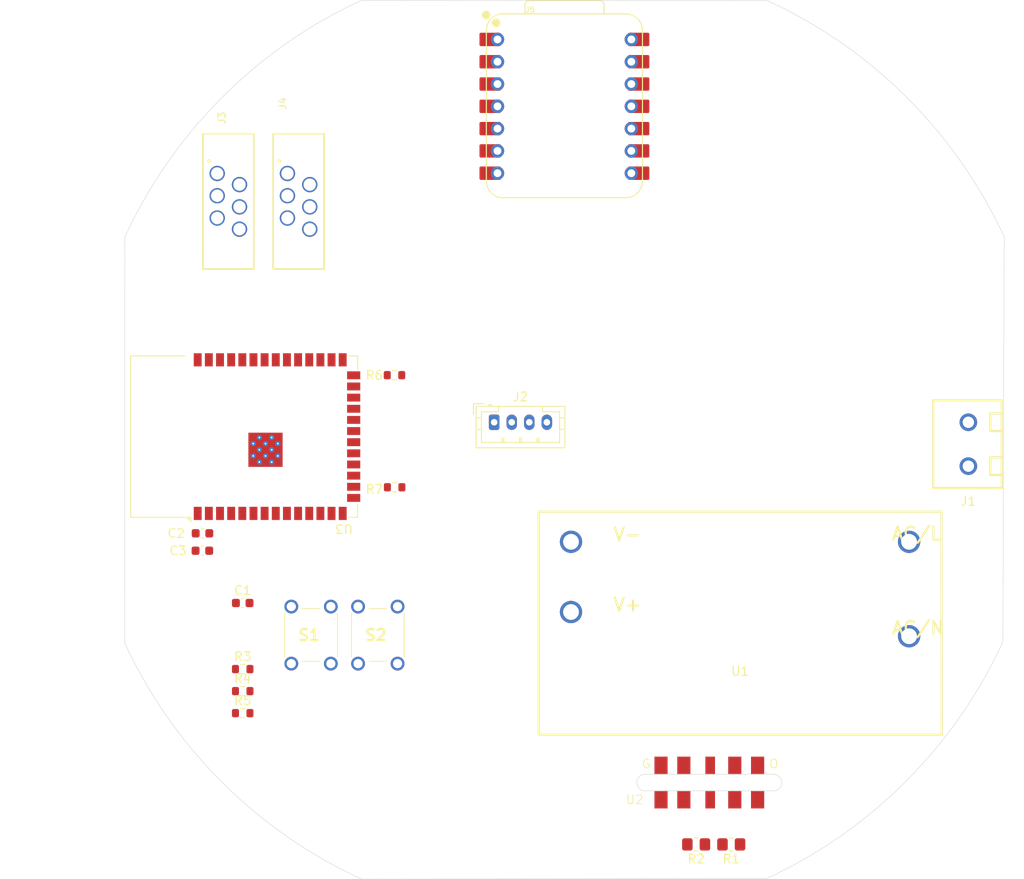
<source format=kicad_pcb>
(kicad_pcb (version 20240108) (generator "pcbnew") (generator_version "8.0")
  (layers (0 "F.Cu" signal) (31 "B.Cu" signal) (34 "B.Paste" user) (35 "F.Paste" user) (36 "B.SilkS" user "B.Silkscreen") (37 "F.SilkS" user "F.Silkscreen") (38 "B.Mask" user) (39 "F.Mask" user) (44 "Edge.Cuts" user))
  (net 0 "")
  (net 1 "Net-(J1-Pin_1)")
  (net 2 "Net-(J1-Pin_2)")
  (net 3 "+5V")
  (net 4 "GND")
  (net 5 "Net-(U2-FB)")
  (net 6 "+3.3V")
  (net 7 "RST")
  (net 8 "/A02YYUW/RX")
  (net 9 "/A02YYUW/TX")
  (net 10 "OI0")
  (net 11 "TX0")
  (net 12 "RX0")
  (net 13 "MTDI")
  (net 14 "MTDO")
  (net 15 "MTMS")
  (net 16 "MTCK")
  (net 17 "Net-(S2-COM_1)")
  (net 18 "Net-(U3-IO45)")
  (net 19 "Net-(U3-IO46)")
  (footprint "Resistor_SMD:R_0603_1608Metric" (layer "F.Cu") (at 103.365 128.635)
    (property "Reference" "R4" (at 0 -1.43 0) (layer "F.SilkS"))
    (property "Value" "1k")
    (fp_line (start -0.237258 -0.5225) (end 0.237258 -0.5225) (stroke (width 0.12)) (layer "F.SilkS"))
    (fp_line (start -0.237258 0.5225) (end 0.237258 0.5225) (stroke (width 0.12)) (layer "F.SilkS"))
    (pad "1" smd roundrect (at -0.825 0) (size 0.8 0.95) (layers "F.Cu" "F.Paste" "F.Mask") (net 10 "OI0"))
    (pad "2" smd roundrect (at 0.825 0) (size 0.8 0.95) (layers "F.Cu" "F.Paste" "F.Mask") (net 17 "Net-(S2-COM_1)"))
  )
  (footprint "Connector_JST:JST_PH_B4B-PH-K_1x04_P2.00mm_Vertical" (layer "F.Cu") (at 132 98)
    (property "Reference" "J2" (at 3 -2.9 0) (layer "F.SilkS"))
    (property "Value" "Conn_01x04_Pin")
    (fp_line (start -2.36 -2.11) (end -2.36 -0.86) (stroke (width 0.12)) (layer "F.SilkS"))
    (fp_line (start -2.06 -1.81) (end -2.06 2.91) (stroke (width 0.12)) (layer "F.SilkS"))
    (fp_line (start -2.06 -0.5) (end -1.45 -0.5) (stroke (width 0.12)) (layer "F.SilkS"))
    (fp_line (start -2.06 0.8) (end -1.45 0.8) (stroke (width 0.12)) (layer "F.SilkS"))
    (fp_line (start -2.06 2.91) (end 8.06 2.91) (stroke (width 0.12)) (layer "F.SilkS"))
    (fp_line (start -1.45 -1.2) (end -1.45 2.3) (stroke (width 0.12)) (layer "F.SilkS"))
    (fp_line (start -1.45 2.3) (end 7.45 2.3) (stroke (width 0.12)) (layer "F.SilkS"))
    (fp_line (start -1.11 -2.11) (end -2.36 -2.11) (stroke (width 0.12)) (layer "F.SilkS"))
    (fp_line (start -0.6 -2.01) (end -0.6 -1.81) (stroke (width 0.12)) (layer "F.SilkS"))
    (fp_line (start -0.3 -2.01) (end -0.6 -2.01) (stroke (width 0.12)) (layer "F.SilkS"))
    (fp_line (start -0.3 -1.91) (end -0.6 -1.91) (stroke (width 0.12)) (layer "F.SilkS"))
    (fp_line (start -0.3 -1.81) (end -0.3 -2.01) (stroke (width 0.12)) (layer "F.SilkS"))
    (fp_line (start 0.5 -1.81) (end 0.5 -1.2) (stroke (width 0.12)) (layer "F.SilkS"))
    (fp_line (start 0.5 -1.2) (end -1.45 -1.2) (stroke (width 0.12)) (layer "F.SilkS"))
    (fp_line (start 0.9 1.8) (end 1.1 1.8) (stroke (width 0.12)) (layer "F.SilkS"))
    (fp_line (start 0.9 2.3) (end 0.9 1.8) (stroke (width 0.12)) (layer "F.SilkS"))
    (fp_line (start 1 2.3) (end 1 1.8) (stroke (width 0.12)) (layer "F.SilkS"))
    (fp_line (start 1.1 1.8) (end 1.1 2.3) (stroke (width 0.12)) (layer "F.SilkS"))
    (fp_line (start 2.9 1.8) (end 3.1 1.8) (stroke (width 0.12)) (layer "F.SilkS"))
    (fp_line (start 2.9 2.3) (end 2.9 1.8) (stroke (width 0.12)) (layer "F.SilkS"))
    (fp_line (start 3 2.3) (end 3 1.8) (stroke (width 0.12)) (layer "F.SilkS"))
    (fp_line (start 3.1 1.8) (end 3.1 2.3) (stroke (width 0.12)) (layer "F.SilkS"))
    (fp_line (start 4.9 1.8) (end 5.1 1.8) (stroke (width 0.12)) (layer "F.SilkS"))
    (fp_line (start 4.9 2.3) (end 4.9 1.8) (stroke (width 0.12)) (layer "F.SilkS"))
    (fp_line (start 5 2.3) (end 5 1.8) (stroke (width 0.12)) (layer "F.SilkS"))
    (fp_line (start 5.1 1.8) (end 5.1 2.3) (stroke (width 0.12)) (layer "F.SilkS"))
    (fp_line (start 5.5 -1.2) (end 5.5 -1.81) (stroke (width 0.12)) (layer "F.SilkS"))
    (fp_line (start 7.45 -1.2) (end 5.5 -1.2) (stroke (width 0.12)) (layer "F.SilkS"))
    (fp_line (start 7.45 2.3) (end 7.45 -1.2) (stroke (width 0.12)) (layer "F.SilkS"))
    (fp_line (start 8.06 -1.81) (end -2.06 -1.81) (stroke (width 0.12)) (layer "F.SilkS"))
    (fp_line (start 8.06 -0.5) (end 7.45 -0.5) (stroke (width 0.12)) (layer "F.SilkS"))
    (fp_line (start 8.06 0.8) (end 7.45 0.8) (stroke (width 0.12)) (layer "F.SilkS"))
    (fp_line (start 8.06 2.91) (end 8.06 -1.81) (stroke (width 0.12)) (layer "F.SilkS"))
    (pad "1" thru_hole roundrect (at 0 0) (size 1.2 1.75) (drill 0.75) (layers "*.Cu" "*.Mask") (roundrect_rratio 0.208333) (net 3 "+5V"))
    (pad "2" thru_hole oval (at 2 0) (size 1.2 1.75) (drill 0.75) (layers "*.Cu" "*.Mask") (net 4 "GND"))
    (pad "3" thru_hole oval (at 4 0) (size 1.2 1.75) (drill 0.75) (layers "*.Cu" "*.Mask") (net 8 "/A02YYUW/RX"))
    (pad "4" thru_hole oval (at 6 0) (size 1.2 1.75) (drill 0.75) (layers "*.Cu" "*.Mask") (net 9 "/A02YYUW/TX"))
  )
  (footprint "Resistor_SMD:R_0603_1608Metric" (layer "F.Cu") (at 120.650504 92.633655 180)
    (property "Reference" "R6" (at 2.300504 -0.001345 180) (layer "F.SilkS"))
    (property "Value" "10k")
    (fp_line (start -0.237258 0.5225) (end 0.237258 0.5225) (stroke (width 0.12)) (layer "F.SilkS"))
    (fp_line (start -0.237258 -0.5225) (end 0.237258 -0.5225) (stroke (width 0.12)) (layer "F.SilkS"))
    (pad "1" smd roundrect (at -0.825 0 180) (size 0.8 0.95) (layers "F.Cu" "F.Paste" "F.Mask") (net 4 "GND"))
    (pad "2" smd roundrect (at 0.825 0 180) (size 0.8 0.95) (layers "F.Cu" "F.Paste" "F.Mask") (net 18 "Net-(U3-IO45)"))
  )
  (footprint "RF_Module:ESP32-S3-WROOM-1" (layer "F.Cu") (at 103.5 99.635 90)
    (property "Reference" "U3" (at -10.5 11.4 180) (layer "F.SilkS"))
    (property "Value" "ESP32-S3-WROOM-1-N16R8")
    (fp_line (start 9.2 -12.9) (end 9.2 -6.7) (stroke (width 0.12)) (layer "F.SilkS"))
    (fp_line (start -9.2 -12.9) (end 9.2 -12.9) (stroke (width 0.12)) (layer "F.SilkS"))
    (fp_line (start -9.2 -12.9) (end -9.2 -6.7) (stroke (width 0.12)) (layer "F.SilkS"))
    (fp_line (start -9.2 11.95) (end -9.2 12.95) (stroke (width 0.12)) (layer "F.SilkS"))
    (fp_line (start 9.2 12.95) (end 9.2 11.95) (stroke (width 0.12)) (layer "F.SilkS"))
    (fp_line (start 9.2 12.95) (end 7.7 12.95) (stroke (width 0.12)) (layer "F.SilkS"))
    (fp_line (start -9.2 12.95) (end -7.7 12.95) (stroke (width 0.12)) (layer "F.SilkS"))
    (fp_poly (pts (xy -9.2 -6.025) (xy -9.7 -6.025) (xy -9.2 -6.525) (xy -9.2 -6.025)) (stroke (width 0.12)) (fill solid) (layer "F.SilkS"))
    (pad "1" smd rect (at -8.75 -5.26 90) (size 1.5 0.9) (layers "F.Cu" "F.Paste" "F.Mask") (net 4 "GND"))
    (pad "2" smd rect (at -8.75 -3.99 90) (size 1.5 0.9) (layers "F.Cu" "F.Paste" "F.Mask") (net 6 "+3.3V"))
    (pad "3" smd rect (at -8.75 -2.72 90) (size 1.5 0.9) (layers "F.Cu" "F.Paste" "F.Mask") (net 7 "RST"))
    (pad "4" smd rect (at -8.75 -1.45 90) (size 1.5 0.9) (layers "F.Cu" "F.Paste" "F.Mask"))
    (pad "5" smd rect (at -8.75 -0.18 90) (size 1.5 0.9) (layers "F.Cu" "F.Paste" "F.Mask"))
    (pad "6" smd rect (at -8.75 1.09 90) (size 1.5 0.9) (layers "F.Cu" "F.Paste" "F.Mask"))
    (pad "7" smd rect (at -8.75 2.36 90) (size 1.5 0.9) (layers "F.Cu" "F.Paste" "F.Mask"))
    (pad "8" smd rect (at -8.75 3.63 90) (size 1.5 0.9) (layers "F.Cu" "F.Paste" "F.Mask"))
    (pad "9" smd rect (at -8.75 4.9 90) (size 1.5 0.9) (layers "F.Cu" "F.Paste" "F.Mask"))
    (pad "10" smd rect (at -8.75 6.17 90) (size 1.5 0.9) (layers "F.Cu" "F.Paste" "F.Mask"))
    (pad "11" smd rect (at -8.75 7.44 90) (size 1.5 0.9) (layers "F.Cu" "F.Paste" "F.Mask"))
    (pad "12" smd rect (at -8.75 8.71 90) (size 1.5 0.9) (layers "F.Cu" "F.Paste" "F.Mask"))
    (pad "13" smd rect (at -8.75 9.98 90) (size 1.5 0.9) (layers "F.Cu" "F.Paste" "F.Mask"))
    (pad "14" smd rect (at -8.75 11.25 270) (size 1.5 0.9) (layers "F.Cu" "F.Paste" "F.Mask"))
    (pad "15" smd rect (at -6.985 12.5) (size 1.5 0.9) (layers "F.Cu" "F.Paste" "F.Mask"))
    (pad "16" smd rect (at -5.715 12.5) (size 1.5 0.9) (layers "F.Cu" "F.Paste" "F.Mask") (net 19 "Net-(U3-IO46)"))
    (pad "17" smd rect (at -4.445 12.5) (size 1.5 0.9) (layers "F.Cu" "F.Paste" "F.Mask"))
    (pad "18" smd rect (at -3.175 12.5) (size 1.5 0.9) (layers "F.Cu" "F.Paste" "F.Mask"))
    (pad "19" smd rect (at -1.905 12.5) (size 1.5 0.9) (layers "F.Cu" "F.Paste" "F.Mask"))
    (pad "20" smd rect (at -0.635 12.5) (size 1.5 0.9) (layers "F.Cu" "F.Paste" "F.Mask"))
    (pad "21" smd rect (at 0.635 12.5) (size 1.5 0.9) (layers "F.Cu" "F.Paste" "F.Mask"))
    (pad "22" smd rect (at 1.905 12.5) (size 1.5 0.9) (layers "F.Cu" "F.Paste" "F.Mask"))
    (pad "23" smd rect (at 3.175 12.5) (size 1.5 0.9) (layers "F.Cu" "F.Paste" "F.Mask"))
    (pad "24" smd rect (at 4.445 12.5) (size 1.5 0.9) (layers "F.Cu" "F.Paste" "F.Mask"))
    (pad "25" smd rect (at 5.715 12.5) (size 1.5 0.9) (layers "F.Cu" "F.Paste" "F.Mask"))
    (pad "26" smd rect (at 6.985 12.5) (size 1.5 0.9) (layers "F.Cu" "F.Paste" "F.Mask") (net 18 "Net-(U3-IO45)"))
    (pad "27" smd rect (at 8.75 11.25 90) (size 1.5 0.9) (layers "F.Cu" "F.Paste" "F.Mask") (net 10 "OI0"))
    (pad "28" smd rect (at 8.75 9.98 90) (size 1.5 0.9) (layers "F.Cu" "F.Paste" "F.Mask"))
    (pad "29" smd rect (at 8.75 8.71 90) (size 1.5 0.9) (layers "F.Cu" "F.Paste" "F.Mask"))
    (pad "30" smd rect (at 8.75 7.44 90) (size 1.5 0.9) (layers "F.Cu" "F.Paste" "F.Mask"))
    (pad "31" smd rect (at 8.75 6.17 90) (size 1.5 0.9) (layers "F.Cu" "F.Paste" "F.Mask"))
    (pad "32" smd rect (at 8.75 4.9 90) (size 1.5 0.9) (layers "F.Cu" "F.Paste" "F.Mask") (net 16 "MTCK"))
    (pad "33" smd rect (at 8.75 3.63 90) (size 1.5 0.9) (layers "F.Cu" "F.Paste" "F.Mask") (net 14 "MTDO"))
    (pad "34" smd rect (at 8.75 2.36 90) (size 1.5 0.9) (layers "F.Cu" "F.Paste" "F.Mask") (net 13 "MTDI"))
    (pad "35" smd rect (at 8.75 1.09 90) (size 1.5 0.9) (layers "F.Cu" "F.Paste" "F.Mask") (net 15 "MTMS"))
    (pad "36" smd rect (at 8.75 -0.18 90) (size 1.5 0.9) (layers "F.Cu" "F.Paste" "F.Mask") (net 12 "RX0"))
    (pad "37" smd rect (at 8.75 -1.45 90) (size 1.5 0.9) (layers "F.Cu" "F.Paste" "F.Mask") (net 11 "TX0"))
    (pad "38" smd rect (at 8.75 -2.72 90) (size 1.5 0.9) (layers "F.Cu" "F.Paste" "F.Mask"))
    (pad "39" smd rect (at 8.75 -3.99 90) (size 1.5 0.9) (layers "F.Cu" "F.Paste" "F.Mask"))
    (pad "40" smd rect (at 8.75 -5.26 90) (size 1.5 0.9) (layers "F.Cu" "F.Paste" "F.Mask") (net 4 "GND"))
    (pad "41" thru_hole circle (at -2.9 1.76 180) (size 0.6 0.6) (drill 0.2) (property pad_prop_heatsink) (layers "*.Cu" "F.Mask") (net 4 "GND"))
    (pad "41" thru_hole circle (at -2.9 3.16 90) (size 0.6 0.6) (drill 0.2) (property pad_prop_heatsink) (layers "*.Cu" "F.Mask") (net 4 "GND"))
    (pad "41" thru_hole circle (at -2.2 1.06 90) (size 0.6 0.6) (drill 0.2) (property pad_prop_heatsink) (layers "*.Cu" "F.Mask") (net 4 "GND"))
    (pad "41" thru_hole circle (at -2.2 2.46 90) (size 0.6 0.6) (drill 0.2) (property pad_prop_heatsink) (layers "*.Cu" "F.Mask") (net 4 "GND"))
    (pad "41" thru_hole circle (at -2.2 3.86 90) (size 0.6 0.6) (drill 0.2) (property pad_prop_heatsink) (layers "*.Cu" "F.Mask") (net 4 "GND"))
    (pad "41" thru_hole circle (at -1.5 1.76 90) (size 0.6 0.6) (drill 0.2) (property pad_prop_heatsink) (layers "*.Cu" "F.Mask") (net 4 "GND"))
    (pad "41" smd rect (at -1.5 2.46) (size 3.9 3.9) (layers "F.Cu" "F.Mask") (net 4 "GND"))
    (pad "41" thru_hole circle (at -1.5 3.16 90) (size 0.6 0.6) (drill 0.2) (property pad_prop_heatsink) (layers "*.Cu" "F.Mask") (net 4 "GND"))
    (pad "41" thru_hole circle (at -0.8 1.06 90) (size 0.6 0.6) (drill 0.2) (property pad_prop_heatsink) (layers "*.Cu" "F.Mask") (net 4 "GND"))
    (pad "41" thru_hole circle (at -0.8 2.46 90) (size 0.6 0.6) (drill 0.2) (property pad_prop_heatsink) (layers "*.Cu" "F.Mask") (net 4 "GND"))
    (pad "41" thru_hole circle (at -0.8 3.86 90) (size 0.6 0.6) (drill 0.2) (property pad_prop_heatsink) (layers "*.Cu" "F.Mask") (net 4 "GND"))
    (pad "41" thru_hole circle (at -0.1 1.76 90) (size 0.6 0.6) (drill 0.2) (property pad_prop_heatsink) (layers "*.Cu" "F.Mask") (net 4 "GND"))
    (pad "41" thru_hole circle (at -0.1 3.16 90) (size 0.6 0.6) (drill 0.2) (property pad_prop_heatsink) (layers "*.Cu" "F.Mask") (net 4 "GND"))
  )
  (footprint "Resistor_SMD:R_0805_2012Metric_Pad1.20x1.40mm_HandSolder" (layer "F.Cu") (at 159 146.1 180)
    (property "Reference" "R1" (at 0 -1.65 180) (layer "F.SilkS"))
    (property "Value" "R")
    (fp_line (start -0.227064 0.735) (end 0.227064 0.735) (stroke (width 0.12)) (layer "F.SilkS"))
    (fp_line (start -0.227064 -0.735) (end 0.227064 -0.735) (stroke (width 0.12)) (layer "F.SilkS"))
    (pad "1" smd roundrect (at -1 0 180) (size 1.2 1.4) (layers "F.Cu" "F.Paste" "F.Mask") (roundrect_rratio 0.208333) (net 6 "+3.3V"))
    (pad "2" smd roundrect (at 1 0 180) (size 1.2 1.4) (layers "F.Cu" "F.Paste" "F.Mask") (roundrect_rratio 0.208333) (net 5 "Net-(U2-FB)"))
  )
  (footprint "Resistor_SMD:R_0603_1608Metric" (layer "F.Cu") (at 103.365 131.145)
    (property "Reference" "R5" (at 0 -1.43 0) (layer "F.SilkS"))
    (property "Value" "10k")
    (fp_line (start -0.237258 -0.5225) (end 0.237258 -0.5225) (stroke (width 0.12)) (layer "F.SilkS"))
    (fp_line (start -0.237258 0.5225) (end 0.237258 0.5225) (stroke (width 0.12)) (layer "F.SilkS"))
    (pad "1" smd roundrect (at -0.825 0) (size 0.8 0.95) (layers "F.Cu" "F.Paste" "F.Mask") (net 6 "+3.3V"))
    (pad "2" smd roundrect (at 0.825 0) (size 0.8 0.95) (layers "F.Cu" "F.Paste" "F.Mask") (net 10 "OI0"))
  )
  (footprint "Capacitor_SMD:C_0603_1608Metric" (layer "F.Cu") (at 98.784538 110.654314)
    (property "Reference" "C2" (at -3 0 0) (layer "F.SilkS"))
    (property "Value" "100n")
    (fp_line (start -0.14058 -0.51) (end 0.14058 -0.51) (stroke (width 0.12)) (layer "F.SilkS"))
    (fp_line (start -0.14058 0.51) (end 0.14058 0.51) (stroke (width 0.12)) (layer "F.SilkS"))
    (pad "1" smd roundrect (at -0.775 0) (size 0.9 0.95) (layers "F.Cu" "F.Paste" "F.Mask") (net 4 "GND"))
    (pad "2" smd roundrect (at 0.775 0) (size 0.9 0.95) (layers "F.Cu" "F.Paste" "F.Mask") (net 6 "+3.3V"))
  )
  (footprint "Resistor_SMD:R_0603_1608Metric" (layer "F.Cu") (at 120.667876 105.407625 180)
    (property "Reference" "R7" (at 2.317876 -0.227375 180) (layer "F.SilkS"))
    (property "Value" "10k")
    (fp_line (start -0.237258 0.5225) (end 0.237258 0.5225) (stroke (width 0.12)) (layer "F.SilkS"))
    (fp_line (start -0.237258 -0.5225) (end 0.237258 -0.5225) (stroke (width 0.12)) (layer "F.SilkS"))
    (pad "1" smd roundrect (at -0.825 0 180) (size 0.8 0.95) (layers "F.Cu" "F.Paste" "F.Mask") (net 4 "GND"))
    (pad "2" smd roundrect (at 0.825 0 180) (size 0.8 0.95) (layers "F.Cu" "F.Paste" "F.Mask") (net 19 "Net-(U3-IO46)"))
  )
  (footprint "Capacitor_SMD:C_0603_1608Metric" (layer "F.Cu") (at 103.365 118.595)
    (property "Reference" "C1" (at 0 -1.43 0) (layer "F.SilkS"))
    (property "Value" "100n")
    (fp_line (start -0.14058 -0.51) (end 0.14058 -0.51) (stroke (width 0.12)) (layer "F.SilkS"))
    (fp_line (start -0.14058 0.51) (end 0.14058 0.51) (stroke (width 0.12)) (layer "F.SilkS"))
    (pad "1" smd roundrect (at -0.775 0) (size 0.9 0.95) (layers "F.Cu" "F.Paste" "F.Mask") (net 4 "GND"))
    (pad "2" smd roundrect (at 0.775 0) (size 0.9 0.95) (layers "F.Cu" "F.Paste" "F.Mask") (net 7 "RST"))
  )
  (footprint "Resistor_SMD:R_0603_1608Metric" (layer "F.Cu") (at 103.365 126.125)
    (property "Reference" "R3" (at 0 -1.43 0) (layer "F.SilkS"))
    (property "Value" "10k")
    (fp_line (start -0.237258 -0.5225) (end 0.237258 -0.5225) (stroke (width 0.12)) (layer "F.SilkS"))
    (fp_line (start -0.237258 0.5225) (end 0.237258 0.5225) (stroke (width 0.12)) (layer "F.SilkS"))
    (pad "1" smd roundrect (at -0.825 0) (size 0.8 0.95) (layers "F.Cu" "F.Paste" "F.Mask") (net 7 "RST"))
    (pad "2" smd roundrect (at 0.825 0) (size 0.8 0.95) (layers "F.Cu" "F.Paste" "F.Mask") (net 6 "+3.3V"))
  )
  (footprint "Felix_ProgHeader:490107670612" (layer "F.Cu") (at 101.73 72.823925 90)
    (property "Reference" "J3" (at 9.505 -0.73 270) (layer "F.SilkS") (effects (font (size 0.8 0.8))))
    (property "Value" "UART")
    (fp_line (start 7.705 -2.9) (end 7.705 2.9) (stroke (width 0.2)) (layer "F.SilkS"))
    (fp_line (start -7.705 -2.9) (end 7.705 -2.9) (stroke (width 0.2)) (layer "F.SilkS"))
    (fp_line (start 7.705 2.9) (end -7.705 2.9) (stroke (width 0.2)) (layer "F.SilkS"))
    (fp_line (start -7.705 2.9) (end -7.705 -2.9) (stroke (width 0.2)) (layer "F.SilkS"))
    (fp_circle (center 4.6 -2.2) (end 4.7 -2.2) (stroke (width 0.2)) (fill none) (layer "F.SilkS"))
    (pad "" np_thru_hole circle (at -4.505 -1.27 90) (size 2.1 2.1) (drill 2.1) (layers "*.Cu" "*.Mask"))
    (pad "" np_thru_hole circle (at 4.505 1.27 90) (size 2.5 2.5) (drill 2.5) (layers "*.Cu" "*.Mask"))
    (pad "1" thru_hole circle (at 3.175 -1.27 90) (size 1.75 1.75) (drill 1.4) (layers "*.Cu" "*.Mask") (net 6 "+3.3V"))
    (pad "2" thru_hole circle (at 1.905 1.27 90) (size 1.75 1.75) (drill 1.4) (layers "*.Cu" "*.Mask") (net 7 "RST"))
    (pad "3" thru_hole circle (at 0.635 -1.27 90) (size 1.75 1.75) (drill 1.4) (layers "*.Cu" "*.Mask") (net 11 "TX0"))
    (pad "4" thru_hole circle (at -0.635 1.27 90) (size 1.75 1.75) (drill 1.4) (layers "*.Cu" "*.Mask") (net 12 "RX0"))
    (pad "5" thru_hole circle (at -1.905 -1.27 90) (size 1.75 1.75) (drill 1.4) (layers "*.Cu" "*.Mask") (net 10 "OI0"))
    (pad "6" thru_hole circle (at -3.175 1.27 90) (size 1.75 1.75) (drill 1.4) (layers "*.Cu" "*.Mask") (net 4 "GND"))
  )
  (footprint "Library:TL1105AF160Q" (layer "F.Cu") (at 116.5 119)
    (property "Reference" "S2" (at 2.019 3.25 0) (layer "F.SilkS") (effects (font (size 1.27 1.27) (thickness 0.254))))
    (property "Value" "TL1105AF160Q" (hide yes))
    (fp_line (start -0.75 0.75) (end -0.75 5.75) (stroke (width 0.1)) (layer "F.SilkS"))
    (fp_line (start 1.25 0.25) (end 3.25 0.25) (stroke (width 0.1)) (layer "F.SilkS"))
    (fp_line (start 1.25 6.25) (end 3.25 6.25) (stroke (width 0.1)) (layer "F.SilkS"))
    (fp_line (start 5.25 0.75) (end 5.25 5.75) (stroke (width 0.1)) (layer "F.SilkS"))
    (pad "1" thru_hole circle (at 0 0) (size 1.575 1.575) (drill 1.05) (layers "*.Cu" "*.Mask") (net 17 "Net-(S2-COM_1)"))
    (pad "2" thru_hole circle (at 0 6.5) (size 1.575 1.575) (drill 1.05) (layers "*.Cu" "*.Mask"))
    (pad "3" thru_hole circle (at 4.5 0) (size 1.575 1.575) (drill 1.05) (layers "*.Cu" "*.Mask"))
    (pad "4" thru_hole circle (at 4.5 6.5) (size 1.575 1.575) (drill 1.05) (layers "*.Cu" "*.Mask") (net 4 "GND"))
  )
  (footprint "Seed Studio XIAO:XIAO-ESP32S3-DIP" (layer "F.Cu") (at 140 62)
    (property "Reference" "U5" (at -4 -11 0) (layer "F.SilkS") (effects (font (size 0.635 0.635) (thickness 0.1016))))
    (property "Value" "XIAO-ESP32-S3-DIP")
    (fp_line (start -8.89 8.509) (end -8.89 -8.636) (stroke (width 0.127)) (layer "F.SilkS"))
    (fp_line (start -6.985 10.414) (end 6.985 10.414) (stroke (width 0.127)) (layer "F.SilkS"))
    (fp_line (start -4.495 -10.541) (end -4.491272 -11.551272) (stroke (width 0.127)) (layer "F.SilkS"))
    (fp_line (start -3.991272 -12.051) (end 4.004 -12.051) (stroke (width 0.127)) (layer "F.SilkS"))
    (fp_line (start 4.504 -11.551) (end 4.504 -10.541) (stroke (width 0.127)) (layer "F.SilkS"))
    (fp_line (start 6.985 -10.541) (end -6.985 -10.541) (stroke (width 0.1)) (layer "F.SilkS"))
    (fp_line (start 6.985 -10.541) (end -6.985 -10.541) (stroke (width 0.127)) (layer "F.SilkS"))
    (fp_line (start 8.89 8.509) (end 8.89 -8.636) (stroke (width 0.127)) (layer "F.SilkS"))
    (fp_arc (start -8.89 -8.636) (mid -8.332038 -9.983038) (end -6.985 -10.541) (stroke (width 0.127)) (layer "F.SilkS"))
    (fp_arc (start -6.985 10.414) (mid -8.332038 9.856038) (end -8.89 8.509) (stroke (width 0.127)) (layer "F.SilkS"))
    (fp_arc (start -4.491272 -11.551272) (mid -4.344724 -11.904644) (end -3.991272 -12.051) (stroke (width 0.127)) (layer "F.SilkS"))
    (fp_arc (start 4.004 -12.051) (mid 4.357553 -11.904553) (end 4.504 -11.551) (stroke (width 0.127)) (layer "F.SilkS"))
    (fp_arc (start 6.985 -10.541) (mid 8.332038 -9.983038) (end 8.89 -8.636) (stroke (width 0.127)) (layer "F.SilkS"))
    (fp_arc (start 8.89 8.509) (mid 8.332038 9.856038) (end 6.985 10.414) (stroke (width 0.127)) (layer "F.SilkS"))
    (fp_circle (center -8.904 -10.4) (end -8.904 -10.654) (stroke (width 0.5)) (fill solid) (layer "F.SilkS"))
    (fp_circle (center -7.761 -9.52) (end -7.761 -9.774) (stroke (width 0.5)) (fill solid) (layer "F.SilkS"))
    (pad "1" smd roundrect (at -8.455 -7.62 180) (size 2.432 1.524) (layers "F.Cu" "F.Mask") (roundrect_rratio 0.1))
    (pad "1" thru_hole circle (at -7.62 -7.62 180) (size 1.524 1.524) (drill 0.889) (layers "*.Cu" "*.Mask"))
    (pad "2" smd roundrect (at -8.455 -5.08 180) (size 2.432 1.524) (layers "F.Cu" "F.Mask") (roundrect_rratio 0.1))
    (pad "2" thru_hole circle (at -7.62 -5.08 180) (size 1.524 1.524) (drill 0.889) (layers "*.Cu" "*.Mask"))
    (pad "3" smd roundrect (at -8.455 -2.54 180) (size 2.432 1.524) (layers "F.Cu" "F.Mask") (roundrect_rratio 0.1))
    (pad "3" thru_hole circle (at -7.62 -2.54 180) (size 1.524 1.524) (drill 0.889) (layers "*.Cu" "*.Mask"))
    (pad "4" smd roundrect (at -8.455 0 180) (size 2.432 1.524) (layers "F.Cu" "F.Mask") (roundrect_rratio 0.1))
    (pad "4" thru_hole circle (at -7.62 0 180) (size 1.524 1.524) (drill 0.889) (layers "*.Cu" "*.Mask"))
    (pad "5" smd roundrect (at -8.455 2.54 180) (size 2.432 1.524) (layers "F.Cu" "F.Mask") (roundrect_rratio 0.1))
    (pad "5" thru_hole circle (at -7.62 2.54 180) (size 1.524 1.524) (drill 0.889) (layers "*.Cu" "*.Mask"))
    (pad "6" smd roundrect (at -8.455 5.08 180) (size 2.432 1.524) (layers "F.Cu" "F.Mask") (roundrect_rratio 0.1))
    (pad "6" thru_hole circle (at -7.62 5.08 180) (size 1.524 1.524) (drill 0.889) (layers "*.Cu" "*.Mask"))
    (pad "7" smd roundrect (at -8.455 7.62 180) (size 2.432 1.524) (layers "F.Cu" "F.Mask") (roundrect_rratio 0.1))
    (pad "7" thru_hole circle (at -7.62 7.62 180) (size 1.524 1.524) (drill 0.889) (layers "*.Cu" "*.Mask"))
    (pad "8" thru_hole circle (at 7.62 7.62) (size 1.524 1.524) (drill 0.889) (layers "*.Cu" "*.Mask"))
    (pad "8" smd roundrect (at 8.455 7.62) (size 2.432 1.524) (layers "F.Cu" "F.Mask") (roundrect_rratio 0.1))
    (pad "9" thru_hole circle (at 7.62 5.08) (size 1.524 1.524) (drill 0.889) (layers "*.Cu" "*.Mask"))
    (pad "9" smd roundrect (at 8.455 5.08) (size 2.432 1.524) (layers "F.Cu" "F.Mask") (roundrect_rratio 0.1))
    (pad "10" thru_hole circle (at 7.62 2.54) (size 1.524 1.524) (drill 0.889) (layers "*.Cu" "*.Mask"))
    (pad "10" smd roundrect (at 8.455 2.54) (size 2.432 1.524) (layers "F.Cu" "F.Mask") (roundrect_rratio 0.1))
    (pad "11" thru_hole circle (at 7.62 0) (size 1.524 1.524) (drill 0.889) (layers "*.Cu" "*.Mask"))
    (pad "11" smd roundrect (at 8.455 0) (size 2.432 1.524) (layers "F.Cu" "F.Mask") (roundrect_rratio 0.1))
    (pad "12" thru_hole circle (at 7.62 -2.54) (size 1.524 1.524) (drill 0.889) (layers "*.Cu" "*.Mask") (net 6 "+3.3V"))
    (pad "12" smd roundrect (at 8.455 -2.54) (size 2.432 1.524) (layers "F.Cu" "F.Mask") (roundrect_rratio 0.1) (net 6 "+3.3V"))
    (pad "13" thru_hole circle (at 7.62 -5.08) (size 1.524 1.524) (drill 0.889) (layers "*.Cu" "*.Mask") (net 4 "GND"))
    (pad "13" smd roundrect (at 8.455 -5.08) (size 2.432 1.524) (layers "F.Cu" "F.Mask") (roundrect_rratio 0.1) (net 4 "GND"))
    (pad "14" thru_hole circle (at 7.62 -7.62) (size 1.524 1.524) (drill 0.889) (layers "*.Cu" "*.Mask"))
    (pad "14" smd roundrect (at 8.455 -7.62) (size 2.432 1.524) (layers "F.Cu" "F.Mask") (roundrect_rratio 0.1))
  )
  (footprint "Capacitor_SMD:C_0603_1608Metric" (layer "F.Cu") (at 98.771307 112.635)
    (property "Reference" "C3" (at -2.775 0 0) (layer "F.SilkS"))
    (property "Value" "22u")
    (fp_line (start -0.14058 -0.51) (end 0.14058 -0.51) (stroke (width 0.12)) (layer "F.SilkS"))
    (fp_line (start -0.14058 0.51) (end 0.14058 0.51) (stroke (width 0.12)) (layer "F.SilkS"))
    (pad "1" smd roundrect (at -0.775 0) (size 0.9 0.95) (layers "F.Cu" "F.Paste" "F.Mask") (net 4 "GND"))
    (pad "2" smd roundrect (at 0.775 0) (size 0.9 0.95) (layers "F.Cu" "F.Paste" "F.Mask") (net 6 "+3.3V"))
  )
  (footprint "Felix:PWRM-TH_4P-L45.7-W25.4-P8.0" (layer "F.Cu") (at 160 117 180)
    (property "Reference" "U1" (at 0 -9.38 180) (layer "F.SilkS"))
    (property "Value" "IRM-10-5_C20618064")
    (fp_line (start 22.93 8.8) (end 22.94 8.81) (stroke (width 0.25)) (layer "F.SilkS"))
    (fp_line (start 22.93 -16.57) (end 22.93 8.8) (stroke (width 0.25)) (layer "F.SilkS"))
    (fp_line (start 22.9 -16.59) (end 22.93 -16.57) (stroke (width 0.25)) (layer "F.SilkS"))
    (fp_line (start -22.94 8.82) (end 22.93 8.82) (stroke (width 0.25)) (layer "F.SilkS"))
    (fp_line (start -22.94 8.82) (end -22.97 -16.57) (stroke (width 0.25)) (layer "F.SilkS"))
    (fp_line (start -22.94 -16.59) (end 22.9 -16.59) (stroke (width 0.25)) (layer "F.SilkS"))
    (fp_line (start -22.97 -16.57) (end -22.94 -16.59) (stroke (width 0.25)) (layer "F.SilkS"))
    (fp_text user "V-" (at 14.57 6.22 180) (layer "F.SilkS") (effects (font (size 1.5 1.5) (thickness 0.25)) (justify left)))
    (fp_text user "V+" (at 14.57 -1.78 180) (layer "F.SilkS") (effects (font (size 1.5 1.5) (thickness 0.25)) (justify left)))
    (fp_text user "AC/N" (at -17.14 -4.44 180) (layer "F.SilkS") (effects (font (size 1.5 1.5) (thickness 0.25)) (justify left)))
    (fp_text user "AC/L" (at -17.14 6.31 180) (layer "F.SilkS") (effects (font (size 1.5 1.5) (thickness 0.25)) (justify left)))
    (pad "1" thru_hole circle (at -19.25 -5.38 180) (size 2.54 2.54) (drill 1.799996) (layers "*.Cu" "*.Mask") (net 1 "Net-(J1-Pin_1)"))
    (pad "2" thru_hole circle (at -19.25 5.38 180) (size 2.54 2.54) (drill 1.799996) (layers "*.Cu" "*.Mask") (net 2 "Net-(J1-Pin_2)"))
    (pad "3" thru_hole circle (at 19.25 5.38 180) (size 2.54 2.54) (drill 1.799996) (layers "*.Cu" "*.Mask") (net 4 "GND"))
    (pad "4" thru_hole circle (at 19.25 -2.62 180) (size 2.54 2.54) (drill 1.799996) (layers "*.Cu" "*.Mask") (net 3 "+5V"))
  )
  (footprint "Felix:CONN-TH_WJ126V-5.0-2P" (layer "F.Cu") (at 186 100.5 180)
    (property "Reference" "J1" (at 0 -6.5 180) (layer "F.SilkS"))
    (property "Value" "WJ126V-5.0-2P")
    (fp_line (start 4 5) (end 0 5) (stroke (width 0.25)) (layer "F.SilkS"))
    (fp_line (start 4 -5) (end 4 5) (stroke (width 0.25)) (layer "F.SilkS"))
    (fp_line (start 0 5) (end -3.8 5) (stroke (width 0.25)) (layer "F.SilkS"))
    (fp_line (start 0 -5) (end 4 -5) (stroke (width 0.25)) (layer "F.SilkS"))
    (fp_line (start -2.5 3.5) (end -3.8 3.5) (stroke (width 0.25)) (layer "F.SilkS"))
    (fp_line (start -2.5 1.5) (end -2.5 3.5) (stroke (width 0.25)) (layer "F.SilkS"))
    (fp_line (start -2.5 -1.5) (end -3.8 -1.5) (stroke (width 0.25)) (layer "F.SilkS"))
    (fp_line (start -2.5 -3.5) (end -2.5 -1.5) (stroke (width 0.25)) (layer "F.SilkS"))
    (fp_line (start -3.8 5) (end -3.8 -5) (stroke (width 0.25)) (layer "F.SilkS"))
    (fp_line (start -3.8 1.5) (end -2.5 1.5) (stroke (width 0.25)) (layer "F.SilkS"))
    (fp_line (start -3.8 -3.5) (end -2.5 -3.5) (stroke (width 0.25)) (layer "F.SilkS"))
    (fp_line (start -3.8 -5) (end 0 -5) (stroke (width 0.25)) (layer "F.SilkS"))
    (pad "1" thru_hole circle (at 0 -2.5 180) (size 2 2) (drill 1.300023) (layers "*.Cu" "*.Mask") (net 1 "Net-(J1-Pin_1)"))
    (pad "2" thru_hole circle (at 0 2.5 180) (size 2 2) (drill 1.300023) (layers "*.Cu" "*.Mask") (net 2 "Net-(J1-Pin_2)"))
  )
  (footprint "Library:TL1105AF160Q" (layer "F.Cu") (at 108.9 119)
    (property "Reference" "S1" (at 2.019 3.25 0) (layer "F.SilkS") (effects (font (size 1.27 1.27) (thickness 0.254))))
    (property "Value" "TL1105AF160Q" (hide yes))
    (fp_line (start -0.75 0.75) (end -0.75 5.75) (stroke (width 0.1)) (layer "F.SilkS"))
    (fp_line (start 1.25 0.25) (end 3.25 0.25) (stroke (width 0.1)) (layer "F.SilkS"))
    (fp_line (start 1.25 6.25) (end 3.25 6.25) (stroke (width 0.1)) (layer "F.SilkS"))
    (fp_line (start 5.25 0.75) (end 5.25 5.75) (stroke (width 0.1)) (layer "F.SilkS"))
    (pad "1" thru_hole circle (at 0 0) (size 1.575 1.575) (drill 1.05) (layers "*.Cu" "*.Mask") (net 7 "RST"))
    (pad "2" thru_hole circle (at 0 6.5) (size 1.575 1.575) (drill 1.05) (layers "*.Cu" "*.Mask"))
    (pad "3" thru_hole circle (at 4.5 0) (size 1.575 1.575) (drill 1.05) (layers "*.Cu" "*.Mask"))
    (pad "4" thru_hole circle (at 4.5 6.5) (size 1.575 1.575) (drill 1.05) (layers "*.Cu" "*.Mask") (net 4 "GND"))
  )
  (footprint "Resistor_SMD:R_0805_2012Metric_Pad1.20x1.40mm_HandSolder" (layer "F.Cu") (at 155 146.1 180)
    (property "Reference" "R2" (at 0 -1.65 180) (layer "F.SilkS"))
    (property "Value" "R")
    (fp_line (start -0.227064 0.735) (end 0.227064 0.735) (stroke (width 0.12)) (layer "F.SilkS"))
    (fp_line (start -0.227064 -0.735) (end 0.227064 -0.735) (stroke (width 0.12)) (layer "F.SilkS"))
    (pad "1" smd roundrect (at -1 0 180) (size 1.2 1.4) (layers "F.Cu" "F.Paste" "F.Mask") (roundrect_rratio 0.208333) (net 5 "Net-(U2-FB)"))
    (pad "2" smd roundrect (at 1 0 180) (size 1.2 1.4) (layers "F.Cu" "F.Paste" "F.Mask") (roundrect_rratio 0.208333) (net 4 "GND"))
  )
  (footprint "Felix_ProgHeader:490107670612" (layer "F.Cu") (at 109.73 72.825 90)
    (property "Reference" "J4" (at 11.15 -1.808 270) (layer "F.SilkS") (effects (font (size 0.8 0.8))))
    (property "Value" "JTAG")
    (fp_line (start 7.705 -2.9) (end 7.705 2.9) (stroke (width 0.2)) (layer "F.SilkS"))
    (fp_line (start -7.705 -2.9) (end 7.705 -2.9) (stroke (width 0.2)) (layer "F.SilkS"))
    (fp_line (start 7.705 2.9) (end -7.705 2.9) (stroke (width 0.2)) (layer "F.SilkS"))
    (fp_line (start -7.705 2.9) (end -7.705 -2.9) (stroke (width 0.2)) (layer "F.SilkS"))
    (fp_circle (center 4.6 -2.2) (end 4.7 -2.2) (stroke (width 0.2)) (fill none) (layer "F.SilkS"))
    (pad "" np_thru_hole circle (at -4.505 -1.27 90) (size 2.1 2.1) (drill 2.1) (layers "*.Cu" "*.Mask"))
    (pad "" np_thru_hole circle (at 4.505 1.27 90) (size 2.5 2.5) (drill 2.5) (layers "*.Cu" "*.Mask"))
    (pad "1" thru_hole circle (at 3.175 -1.27 90) (size 1.75 1.75) (drill 1.4) (layers "*.Cu" "*.Mask") (net 6 "+3.3V"))
    (pad "2" thru_hole circle (at 1.905 1.27 90) (size 1.75 1.75) (drill 1.4) (layers "*.Cu" "*.Mask") (net 15 "MTMS"))
    (pad "3" thru_hole circle (at 0.635 -1.27 90) (size 1.75 1.75) (drill 1.4) (layers "*.Cu" "*.Mask") (net 13 "MTDI"))
    (pad "4" thru_hole circle (at -0.635 1.27 90) (size 1.75 1.75) (drill 1.4) (layers "*.Cu" "*.Mask") (net 16 "MTCK"))
    (pad "5" thru_hole circle (at -1.905 -1.27 90) (size 1.75 1.75) (drill 1.4) (layers "*.Cu" "*.Mask") (net 14 "MTDO"))
    (pad "6" thru_hole circle (at -3.175 1.27 90) (size 1.75 1.75) (drill 1.4) (layers "*.Cu" "*.Mask") (net 4 "GND"))
  )
  (footprint "Library:VC-D-40-A" (layer "F.Cu") (at 148.25 140)
    (property "Reference" "U2" (at -0.25 1 0) (layer "F.SilkS") (effects (font (thickness 0.1))))
    (property "Value" "~")
    (fp_line (start 0.95 -1.9) (end 15.55 -1.9) (stroke (width 0.05)) (layer "Edge.Cuts"))
    (fp_line (start 15.55 0) (end 0.95 0) (stroke (width 0.05)) (layer "Edge.Cuts"))
    (fp_arc (start 0.95 0) (mid 0 -0.95) (end 0.95 -1.9) (stroke (width 0.05)) (layer "Edge.Cuts"))
    (fp_arc (start 15.55 -1.9) (mid 16.5 -0.95) (end 15.55 0) (stroke (width 0.05)) (layer "Edge.Cuts"))
    (fp_text user "G" (at 0.5 -2.5 0) (layer "F.SilkS") (effects (font (thickness 0.1)) (justify left bottom)))
    (fp_text user "O" (at 15 -2.5 0) (layer "F.SilkS") (effects (font (thickness 0.1)) (justify left bottom)))
    (pad "1" smd rect (at 5.35 -2.9) (size 1.5 2) (layers "F.Cu" "F.Paste" "F.Mask") (net 3 "+5V"))
    (pad "1" smd rect (at 5.35 1) (size 1.5 2) (layers "F.Cu" "F.Paste" "F.Mask") (net 3 "+5V"))
    (pad "2" smd rect (at 2.75 -2.9) (size 1.5 2) (layers "F.Cu" "F.Paste" "F.Mask") (net 4 "GND"))
    (pad "2" smd rect (at 2.75 1) (size 1.5 2) (layers "F.Cu" "F.Paste" "F.Mask") (net 4 "GND"))
    (pad "2" smd rect (at 11.15 -2.9) (size 1.5 2) (layers "F.Cu" "F.Paste" "F.Mask") (net 4 "GND"))
    (pad "2" smd rect (at 11.15 1) (size 1.5 2) (layers "F.Cu" "F.Paste" "F.Mask") (net 4 "GND"))
    (pad "3" smd rect (at 8.35 -2.9) (size 1.1 2) (layers "F.Cu" "F.Paste" "F.Mask") (net 5 "Net-(U2-FB)"))
    (pad "3" smd rect (at 8.35 1) (size 1.1 2) (layers "F.Cu" "F.Paste" "F.Mask") (net 5 "Net-(U2-FB)"))
    (pad "4" smd rect (at 13.75 -2.9) (size 1.5 2) (layers "F.Cu" "F.Paste" "F.Mask") (net 6 "+3.3V"))
    (pad "4" smd rect (at 13.75 1) (size 1.5 2) (layers "F.Cu" "F.Paste" "F.Mask") (net 6 "+3.3V"))
  )
  (gr_line (start 163.098171 49.948972) (end 116.881915 49.920371) (stroke (width 0.05)) (layer "Edge.Cuts"))
  (gr_line (start 89.920371 123.118085) (end 89.948972 76.901829) (stroke (width 0.05)) (layer "Edge.Cuts"))
  (gr_arc (start 163.098171 49.948972) (mid 179 61) (end 190.079629 76.881915) (stroke (width 0.05)) (layer "Edge.Cuts"))
  (gr_line (start 189.932943 123.018541) (end 190.079629 76.881915) (stroke (width 0.05)) (layer "Edge.Cuts"))
  (gr_arc (start 116.901829 150.051028) (mid 101 139) (end 89.920371 123.118085) (stroke (width 0.05)) (layer "Edge.Cuts"))
  (gr_arc (start 189.932943 123.018541) (mid 178.881915 138.92037) (end 163 149.999999) (stroke (width 0.05)) (layer "Edge.Cuts"))
  (gr_line (start 116.901829 150.051028) (end 163 149.999999) (stroke (width 0.05)) (layer "Edge.Cuts"))
  (gr_arc (start 89.948972 76.901829) (mid 101 61) (end 116.881915 49.920371) (stroke (width 0.05)) (layer "Edge.Cuts"))
)
</source>
